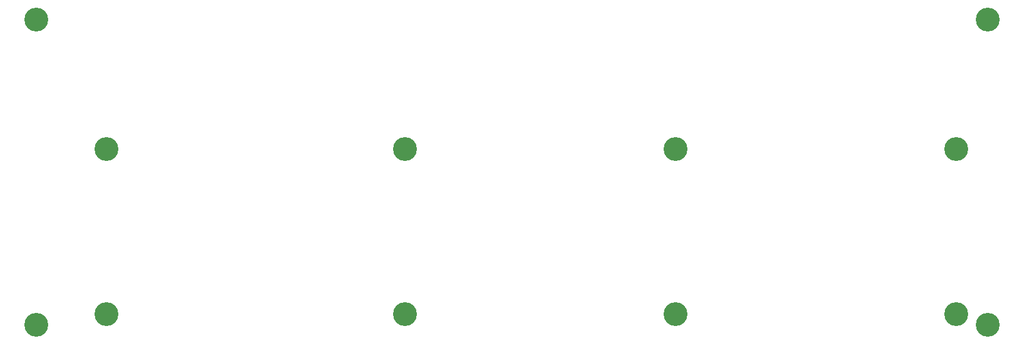
<source format=gbr>
%TF.GenerationSoftware,Altium Limited,Altium Designer,18.1.7 (191)*%
G04 Layer_Color=0*
%FSLAX25Y25*%
%MOIN*%
%TF.FileFunction,NonPlated,1,2,NPTH,Drill*%
%TF.Part,Single*%
G01*
G75*
%TA.AperFunction,ComponentDrill*%
%ADD128C,0.13386*%
D128*
X216535Y114567D02*
D03*
X49213D02*
D03*
X9843Y15748D02*
D03*
X216535Y21654D02*
D03*
X525591Y114567D02*
D03*
X543307Y187008D02*
D03*
X525591Y21654D02*
D03*
X49213D02*
D03*
X9843Y187008D02*
D03*
X368110Y114567D02*
D03*
Y21654D02*
D03*
X543307Y15748D02*
D03*
%TF.MD5,c665c24c097c14f55f075290eeb994ff*%
M02*

</source>
